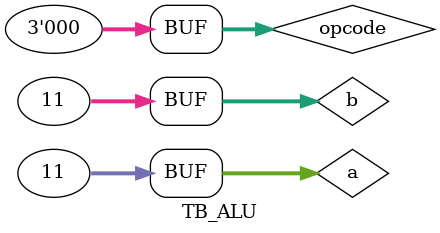
<source format=sv>
module TB_ALU;
	
	localparam N = 32;
	logic [N-1:0] result;
	logic [2:0] opcode;
	logic [N-1:0] a;
	logic [N-1:0] b;
	logic [3:0] ALUFlags;
	
	alu #(.N(N)) alu_unit (
		.opcode_i(opcode),
		.a_i(a),
		.b_i(b),
		.result_o(result),
		.ALUFlags(ALUFlags)
	);
	
	initial begin
		// ADD
		opcode = 3'b000;
		a = 32'd1;
		b = 32'd10;
		#10;
		// SUB
		opcode = 2'b001;
		a = 32'd10;
		#10;
		// AND
		opcode = 2'b010;
		a = 32'd10;
		b = 32'd10;
		#10;
		// OR
		opcode = 2'b011;
		a = 32'd11;
		b = 32'd10;
		#10;
		// MOV
		opcode = 2'b100;
		a = 32'd11;
		b = 32'd11;
		#10;
	end
endmodule
</source>
